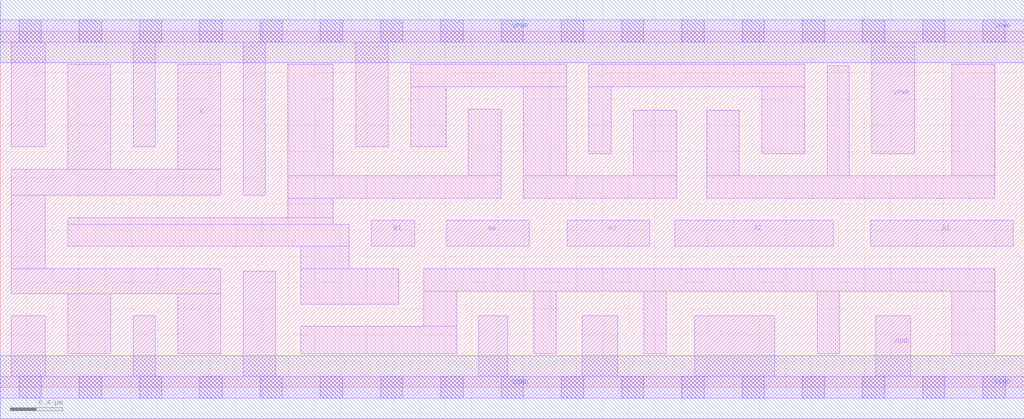
<source format=lef>
# Copyright 2020 The SkyWater PDK Authors
#
# Licensed under the Apache License, Version 2.0 (the "License");
# you may not use this file except in compliance with the License.
# You may obtain a copy of the License at
#
#     https://www.apache.org/licenses/LICENSE-2.0
#
# Unless required by applicable law or agreed to in writing, software
# distributed under the License is distributed on an "AS IS" BASIS,
# WITHOUT WARRANTIES OR CONDITIONS OF ANY KIND, either express or implied.
# See the License for the specific language governing permissions and
# limitations under the License.
#
# SPDX-License-Identifier: Apache-2.0

VERSION 5.7 ;
  NAMESCASESENSITIVE ON ;
  NOWIREEXTENSIONATPIN ON ;
  DIVIDERCHAR "/" ;
  BUSBITCHARS "[]" ;
UNITS
  DATABASE MICRONS 200 ;
END UNITS
MACRO sky130_fd_sc_hd__o41a_4
  CLASS CORE ;
  SOURCE USER ;
  FOREIGN sky130_fd_sc_hd__o41a_4 ;
  ORIGIN  0.000000  0.000000 ;
  SIZE  7.820000 BY  2.720000 ;
  SYMMETRY X Y R90 ;
  SITE unithd ;
  PIN A1
    ANTENNAGATEAREA  0.495000 ;
    DIRECTION INPUT ;
    USE SIGNAL ;
    PORT
      LAYER li1 ;
        RECT 6.650000 1.075000 7.735000 1.275000 ;
    END
  END A1
  PIN A2
    ANTENNAGATEAREA  0.495000 ;
    DIRECTION INPUT ;
    USE SIGNAL ;
    PORT
      LAYER li1 ;
        RECT 5.150000 1.075000 6.360000 1.275000 ;
    END
  END A2
  PIN A3
    ANTENNAGATEAREA  0.495000 ;
    DIRECTION INPUT ;
    USE SIGNAL ;
    PORT
      LAYER li1 ;
        RECT 4.330000 1.075000 4.960000 1.275000 ;
    END
  END A3
  PIN A4
    ANTENNAGATEAREA  0.495000 ;
    DIRECTION INPUT ;
    USE SIGNAL ;
    PORT
      LAYER li1 ;
        RECT 3.410000 1.075000 4.040000 1.275000 ;
    END
  END A4
  PIN B1
    ANTENNAGATEAREA  0.495000 ;
    DIRECTION INPUT ;
    USE SIGNAL ;
    PORT
      LAYER li1 ;
        RECT 2.835000 1.075000 3.165000 1.275000 ;
    END
  END B1
  PIN X
    ANTENNADIFFAREA  0.891000 ;
    DIRECTION OUTPUT ;
    USE SIGNAL ;
    PORT
      LAYER li1 ;
        RECT 0.085000 0.715000 1.685000 0.905000 ;
        RECT 0.085000 0.905000 0.345000 1.465000 ;
        RECT 0.085000 1.465000 1.685000 1.665000 ;
        RECT 0.515000 0.255000 0.845000 0.715000 ;
        RECT 0.515000 1.665000 0.845000 2.465000 ;
        RECT 1.355000 0.255000 1.685000 0.715000 ;
        RECT 1.355000 1.665000 1.685000 2.465000 ;
    END
  END X
  PIN VGND
    DIRECTION INOUT ;
    SHAPE ABUTMENT ;
    USE GROUND ;
    PORT
      LAYER li1 ;
        RECT 0.000000 -0.085000 7.820000 0.085000 ;
        RECT 0.085000  0.085000 0.345000 0.545000 ;
        RECT 1.015000  0.085000 1.185000 0.545000 ;
        RECT 1.855000  0.085000 2.105000 0.885000 ;
        RECT 3.655000  0.085000 3.875000 0.545000 ;
        RECT 4.445000  0.085000 4.715000 0.545000 ;
        RECT 5.305000  0.085000 5.915000 0.545000 ;
        RECT 6.685000  0.085000 6.955000 0.545000 ;
      LAYER mcon ;
        RECT 0.145000 -0.085000 0.315000 0.085000 ;
        RECT 0.605000 -0.085000 0.775000 0.085000 ;
        RECT 1.065000 -0.085000 1.235000 0.085000 ;
        RECT 1.525000 -0.085000 1.695000 0.085000 ;
        RECT 1.985000 -0.085000 2.155000 0.085000 ;
        RECT 2.445000 -0.085000 2.615000 0.085000 ;
        RECT 2.905000 -0.085000 3.075000 0.085000 ;
        RECT 3.365000 -0.085000 3.535000 0.085000 ;
        RECT 3.825000 -0.085000 3.995000 0.085000 ;
        RECT 4.285000 -0.085000 4.455000 0.085000 ;
        RECT 4.745000 -0.085000 4.915000 0.085000 ;
        RECT 5.205000 -0.085000 5.375000 0.085000 ;
        RECT 5.665000 -0.085000 5.835000 0.085000 ;
        RECT 6.125000 -0.085000 6.295000 0.085000 ;
        RECT 6.585000 -0.085000 6.755000 0.085000 ;
        RECT 7.045000 -0.085000 7.215000 0.085000 ;
        RECT 7.505000 -0.085000 7.675000 0.085000 ;
      LAYER met1 ;
        RECT 0.000000 -0.240000 7.820000 0.240000 ;
    END
  END VGND
  PIN VPWR
    DIRECTION INOUT ;
    SHAPE ABUTMENT ;
    USE POWER ;
    PORT
      LAYER li1 ;
        RECT 0.000000 2.635000 7.820000 2.805000 ;
        RECT 0.085000 1.835000 0.345000 2.635000 ;
        RECT 1.015000 1.835000 1.185000 2.635000 ;
        RECT 1.855000 1.465000 2.025000 2.635000 ;
        RECT 2.715000 1.835000 2.965000 2.635000 ;
        RECT 6.655000 1.785000 6.985000 2.635000 ;
      LAYER mcon ;
        RECT 0.145000 2.635000 0.315000 2.805000 ;
        RECT 0.605000 2.635000 0.775000 2.805000 ;
        RECT 1.065000 2.635000 1.235000 2.805000 ;
        RECT 1.525000 2.635000 1.695000 2.805000 ;
        RECT 1.985000 2.635000 2.155000 2.805000 ;
        RECT 2.445000 2.635000 2.615000 2.805000 ;
        RECT 2.905000 2.635000 3.075000 2.805000 ;
        RECT 3.365000 2.635000 3.535000 2.805000 ;
        RECT 3.825000 2.635000 3.995000 2.805000 ;
        RECT 4.285000 2.635000 4.455000 2.805000 ;
        RECT 4.745000 2.635000 4.915000 2.805000 ;
        RECT 5.205000 2.635000 5.375000 2.805000 ;
        RECT 5.665000 2.635000 5.835000 2.805000 ;
        RECT 6.125000 2.635000 6.295000 2.805000 ;
        RECT 6.585000 2.635000 6.755000 2.805000 ;
        RECT 7.045000 2.635000 7.215000 2.805000 ;
        RECT 7.505000 2.635000 7.675000 2.805000 ;
      LAYER met1 ;
        RECT 0.000000 2.480000 7.820000 2.960000 ;
    END
  END VPWR
  OBS
    LAYER li1 ;
      RECT 0.515000 1.075000 2.665000 1.245000 ;
      RECT 0.515000 1.245000 2.545000 1.295000 ;
      RECT 2.195000 1.295000 2.545000 1.445000 ;
      RECT 2.195000 1.445000 3.825000 1.615000 ;
      RECT 2.195000 1.615000 2.545000 2.465000 ;
      RECT 2.295000 0.255000 3.485000 0.465000 ;
      RECT 2.295000 0.635000 3.045000 0.905000 ;
      RECT 2.295000 0.905000 2.665000 1.075000 ;
      RECT 3.135000 1.835000 3.405000 2.295000 ;
      RECT 3.135000 2.295000 4.325000 2.465000 ;
      RECT 3.235000 0.465000 3.485000 0.735000 ;
      RECT 3.235000 0.735000 7.595000 0.905000 ;
      RECT 3.575000 1.615000 3.825000 2.125000 ;
      RECT 3.995000 1.445000 5.165000 1.615000 ;
      RECT 3.995000 1.615000 4.325000 2.295000 ;
      RECT 4.075000 0.255000 4.245000 0.735000 ;
      RECT 4.495000 1.785000 4.665000 2.295000 ;
      RECT 4.495000 2.295000 6.145000 2.465000 ;
      RECT 4.835000 1.615000 5.165000 2.115000 ;
      RECT 4.915000 0.255000 5.085000 0.735000 ;
      RECT 5.395000 1.445000 7.595000 1.615000 ;
      RECT 5.395000 1.615000 5.645000 2.115000 ;
      RECT 5.815000 1.785000 6.145000 2.295000 ;
      RECT 6.240000 0.255000 6.410000 0.735000 ;
      RECT 6.315000 1.615000 6.485000 2.455000 ;
      RECT 7.265000 0.255000 7.595000 0.735000 ;
      RECT 7.265000 1.615000 7.595000 2.465000 ;
  END
END sky130_fd_sc_hd__o41a_4

</source>
